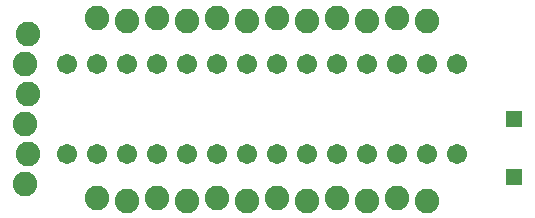
<source format=gbs>
G75*
G70*
%OFA0B0*%
%FSLAX24Y24*%
%IPPOS*%
%LPD*%
%AMOC8*
5,1,8,0,0,1.08239X$1,22.5*
%
%ADD10C,0.0671*%
%ADD11R,0.0556X0.0556*%
%ADD12C,0.0820*%
D10*
X004387Y005485D03*
X005387Y005485D03*
X006387Y005485D03*
X007387Y005485D03*
X008387Y005485D03*
X009387Y005485D03*
X010387Y005485D03*
X011387Y005485D03*
X012387Y005485D03*
X013387Y005485D03*
X014387Y005485D03*
X015387Y005485D03*
X016387Y005485D03*
X017387Y005485D03*
X017387Y008485D03*
X016387Y008485D03*
X015387Y008485D03*
X014387Y008485D03*
X013387Y008485D03*
X012387Y008485D03*
X011387Y008485D03*
X010387Y008485D03*
X009387Y008485D03*
X008387Y008485D03*
X007387Y008485D03*
X006387Y008485D03*
X005387Y008485D03*
X004387Y008485D03*
D11*
X019287Y006646D03*
X019287Y004724D03*
D12*
X005387Y004035D03*
X006387Y003935D03*
X007387Y004035D03*
X008387Y003935D03*
X009387Y004035D03*
X010387Y003935D03*
X011387Y004035D03*
X012387Y003935D03*
X013387Y004035D03*
X014387Y003935D03*
X015387Y004035D03*
X016387Y003935D03*
X016387Y009935D03*
X015387Y010035D03*
X014387Y009935D03*
X013387Y010035D03*
X012387Y009935D03*
X011387Y010035D03*
X010387Y009935D03*
X009387Y010035D03*
X008387Y009935D03*
X007387Y010035D03*
X006387Y009935D03*
X005387Y010035D03*
X003087Y009485D03*
X002987Y008485D03*
X003087Y007485D03*
X002987Y006485D03*
X003087Y005485D03*
X002987Y004485D03*
M02*

</source>
